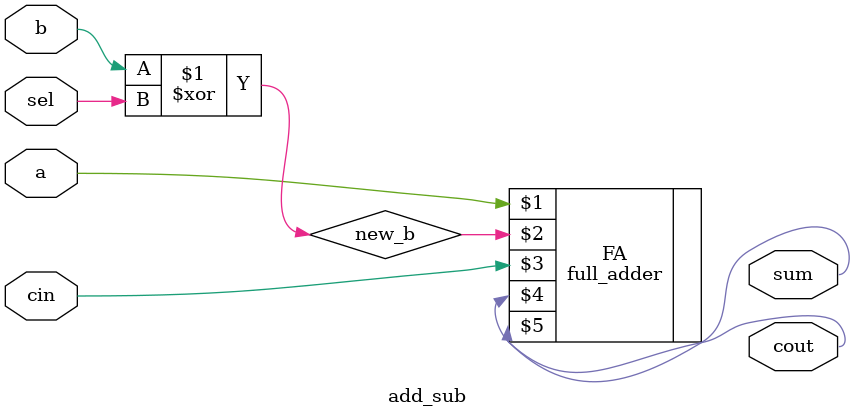
<source format=v>

`timescale 1 ns/1 ns

module add_sub (
	input a ,
	input b ,
	input cin ,
	input sel ,
	output sum ,
	output cout
);
	wire new_b;
	assign new_b = b ^ sel;
	full_adder FA(a, new_b, cin, sum, cout);

endmodule

</source>
